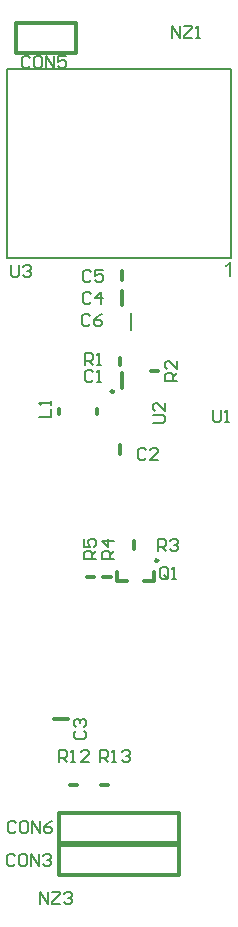
<source format=gto>
G04 Layer_Color=14474460*
%FSLAX24Y24*%
%MOIN*%
G70*
G01*
G75*
%ADD23C,0.0118*%
%ADD24C,0.0098*%
%ADD34C,0.0079*%
%ADD35C,0.0080*%
%ADD36C,0.0060*%
G36*
X7821Y21654D02*
X7760D01*
Y22041D01*
X7759Y22040D01*
X7756Y22038D01*
X7751Y22034D01*
X7744Y22029D01*
X7736Y22022D01*
X7726Y22015D01*
X7715Y22008D01*
X7702Y21999D01*
X7701D01*
X7700Y21998D01*
X7699Y21997D01*
X7696Y21996D01*
X7693Y21994D01*
X7689Y21992D01*
X7680Y21988D01*
X7671Y21983D01*
X7660Y21977D01*
X7649Y21973D01*
X7638Y21968D01*
Y22027D01*
X7638Y22027D01*
X7640Y22028D01*
X7643Y22030D01*
X7646Y22031D01*
X7651Y22033D01*
X7656Y22037D01*
X7662Y22040D01*
X7668Y22043D01*
X7682Y22052D01*
X7697Y22062D01*
X7713Y22073D01*
X7727Y22085D01*
X7728Y22086D01*
X7729Y22087D01*
X7731Y22088D01*
X7734Y22091D01*
X7736Y22094D01*
X7740Y22097D01*
X7748Y22107D01*
X7757Y22116D01*
X7766Y22128D01*
X7774Y22139D01*
X7781Y22152D01*
X7821D01*
Y21654D01*
D02*
G37*
D23*
X3504Y4724D02*
X3740D01*
X2098Y2768D02*
Y3768D01*
X6098D01*
X2098Y2768D02*
X6098D01*
Y3768D01*
X3031Y11654D02*
X3268D01*
X3583D02*
X3819D01*
X4606Y12598D02*
Y12835D01*
X5157Y18504D02*
X5394D01*
X4150Y18707D02*
Y18943D01*
X5256Y11530D02*
Y11805D01*
X4921Y11530D02*
X5256D01*
X4035D02*
Y11805D01*
Y11530D02*
X4370D01*
X2112Y17083D02*
Y17260D01*
X3353Y17083D02*
Y17260D01*
X665Y29106D02*
X2665D01*
Y30106D01*
X665D02*
X2665D01*
X665Y29106D02*
Y30106D01*
X2098Y1705D02*
Y2705D01*
X6098D01*
X2098Y1705D02*
X6098D01*
Y2705D01*
X1929Y6929D02*
X2402D01*
X4134Y15748D02*
Y16063D01*
X4189Y17959D02*
Y18432D01*
X4213Y21535D02*
Y21850D01*
Y20709D02*
Y21181D01*
X2480Y4724D02*
X2717D01*
D24*
X3928Y17831D02*
G03*
X3928Y17831I-50J0D01*
G01*
X5404Y12195D02*
G03*
X5404Y12195I-49J0D01*
G01*
D34*
X4488Y19882D02*
Y20433D01*
D35*
X384Y22283D02*
X7834D01*
X384D02*
Y28583D01*
X7834D01*
Y22283D02*
Y28583D01*
D36*
X3141Y20333D02*
X3074Y20400D01*
X2941D01*
X2874Y20333D01*
Y20067D01*
X2941Y20000D01*
X3074D01*
X3141Y20067D01*
X3540Y20400D02*
X3407Y20333D01*
X3274Y20200D01*
Y20067D01*
X3341Y20000D01*
X3474D01*
X3540Y20067D01*
Y20133D01*
X3474Y20200D01*
X3274D01*
X512Y22053D02*
Y21720D01*
X578Y21654D01*
X712D01*
X778Y21720D01*
Y22053D01*
X912Y21987D02*
X978Y22053D01*
X1112D01*
X1178Y21987D01*
Y21920D01*
X1112Y21853D01*
X1045D01*
X1112D01*
X1178Y21787D01*
Y21720D01*
X1112Y21654D01*
X978D01*
X912Y21720D01*
X1457Y748D02*
Y1148D01*
X1723Y748D01*
Y1148D01*
X1857D02*
X2123D01*
Y1081D01*
X1857Y815D01*
Y748D01*
X2123D01*
X2256Y1081D02*
X2323Y1148D01*
X2456D01*
X2523Y1081D01*
Y1015D01*
X2456Y948D01*
X2390D01*
X2456D01*
X2523Y881D01*
Y815D01*
X2456Y748D01*
X2323D01*
X2256Y815D01*
X5866Y29606D02*
Y30006D01*
X6133Y29606D01*
Y30006D01*
X6266D02*
X6533D01*
Y29940D01*
X6266Y29673D01*
Y29606D01*
X6533D01*
X6666D02*
X6799D01*
X6733D01*
Y30006D01*
X6666Y29940D01*
X3180Y21081D02*
X3113Y21148D01*
X2980D01*
X2913Y21081D01*
Y20815D01*
X2980Y20748D01*
X3113D01*
X3180Y20815D01*
X3513Y20748D02*
Y21148D01*
X3313Y20948D01*
X3580D01*
X3180Y21829D02*
X3113Y21896D01*
X2980D01*
X2913Y21829D01*
Y21563D01*
X2980Y21496D01*
X3113D01*
X3180Y21563D01*
X3580Y21896D02*
X3313D01*
Y21696D01*
X3447Y21763D01*
X3513D01*
X3580Y21696D01*
Y21563D01*
X3513Y21496D01*
X3380D01*
X3313Y21563D01*
X3459Y5466D02*
Y5866D01*
X3659D01*
X3726Y5800D01*
Y5666D01*
X3659Y5600D01*
X3459D01*
X3592D02*
X3726Y5466D01*
X3859D02*
X3992D01*
X3925D01*
Y5866D01*
X3859Y5800D01*
X4192D02*
X4259Y5866D01*
X4392D01*
X4459Y5800D01*
Y5733D01*
X4392Y5666D01*
X4325D01*
X4392D01*
X4459Y5600D01*
Y5533D01*
X4392Y5466D01*
X4259D01*
X4192Y5533D01*
X2087Y5472D02*
Y5872D01*
X2287D01*
X2353Y5806D01*
Y5672D01*
X2287Y5606D01*
X2087D01*
X2220D02*
X2353Y5472D01*
X2486D02*
X2620D01*
X2553D01*
Y5872D01*
X2486Y5806D01*
X3086Y5472D02*
X2820D01*
X3086Y5739D01*
Y5806D01*
X3020Y5872D01*
X2886D01*
X2820Y5806D01*
X660Y3443D02*
X594Y3510D01*
X460D01*
X394Y3443D01*
Y3177D01*
X460Y3110D01*
X594D01*
X660Y3177D01*
X994Y3510D02*
X860D01*
X794Y3443D01*
Y3177D01*
X860Y3110D01*
X994D01*
X1060Y3177D01*
Y3443D01*
X994Y3510D01*
X1193Y3110D02*
Y3510D01*
X1460Y3110D01*
Y3510D01*
X1860D02*
X1727Y3443D01*
X1593Y3310D01*
Y3177D01*
X1660Y3110D01*
X1793D01*
X1860Y3177D01*
Y3244D01*
X1793Y3310D01*
X1593D01*
X5230Y16772D02*
X5563D01*
X5630Y16838D01*
Y16972D01*
X5563Y17038D01*
X5230D01*
X5630Y17438D02*
Y17172D01*
X5363Y17438D01*
X5297D01*
X5230Y17371D01*
Y17238D01*
X5297Y17172D01*
X3346Y12244D02*
X2947D01*
Y12444D01*
X3013Y12511D01*
X3147D01*
X3213Y12444D01*
Y12244D01*
Y12377D02*
X3346Y12511D01*
X2947Y12911D02*
Y12644D01*
X3147D01*
X3080Y12777D01*
Y12844D01*
X3147Y12911D01*
X3280D01*
X3346Y12844D01*
Y12711D01*
X3280Y12644D01*
X3937Y12244D02*
X3537D01*
Y12444D01*
X3604Y12511D01*
X3737D01*
X3804Y12444D01*
Y12244D01*
Y12377D02*
X3937Y12511D01*
Y12844D02*
X3537D01*
X3737Y12644D01*
Y12911D01*
X5394Y12520D02*
Y12920D01*
X5594D01*
X5660Y12853D01*
Y12720D01*
X5594Y12653D01*
X5394D01*
X5527D02*
X5660Y12520D01*
X5794Y12853D02*
X5860Y12920D01*
X5994D01*
X6060Y12853D01*
Y12786D01*
X5994Y12720D01*
X5927D01*
X5994D01*
X6060Y12653D01*
Y12586D01*
X5994Y12520D01*
X5860D01*
X5794Y12586D01*
X6047Y18183D02*
X5647D01*
Y18383D01*
X5714Y18449D01*
X5847D01*
X5914Y18383D01*
Y18183D01*
Y18316D02*
X6047Y18449D01*
Y18849D02*
Y18582D01*
X5780Y18849D01*
X5714D01*
X5647Y18782D01*
Y18649D01*
X5714Y18582D01*
X2969Y18707D02*
Y19107D01*
X3169D01*
X3235Y19040D01*
Y18907D01*
X3169Y18840D01*
X2969D01*
X3102D02*
X3235Y18707D01*
X3369D02*
X3502D01*
X3435D01*
Y19107D01*
X3369Y19040D01*
X5739Y11641D02*
Y11908D01*
X5672Y11975D01*
X5539D01*
X5472Y11908D01*
Y11641D01*
X5539Y11575D01*
X5672D01*
X5606Y11708D02*
X5739Y11575D01*
X5672D02*
X5739Y11641D01*
X5872Y11575D02*
X6006D01*
X5939D01*
Y11975D01*
X5872Y11908D01*
X1451Y16968D02*
X1850D01*
Y17235D01*
Y17368D02*
Y17502D01*
Y17435D01*
X1451D01*
X1517Y17368D01*
X1133Y28955D02*
X1066Y29022D01*
X933D01*
X866Y28955D01*
Y28689D01*
X933Y28622D01*
X1066D01*
X1133Y28689D01*
X1466Y29022D02*
X1333D01*
X1266Y28955D01*
Y28689D01*
X1333Y28622D01*
X1466D01*
X1533Y28689D01*
Y28955D01*
X1466Y29022D01*
X1666Y28622D02*
Y29022D01*
X1932Y28622D01*
Y29022D01*
X2332D02*
X2066D01*
Y28822D01*
X2199Y28889D01*
X2266D01*
X2332Y28822D01*
Y28689D01*
X2266Y28622D01*
X2132D01*
X2066Y28689D01*
X621Y2341D02*
X554Y2408D01*
X421D01*
X354Y2341D01*
Y2075D01*
X421Y2008D01*
X554D01*
X621Y2075D01*
X954Y2408D02*
X821D01*
X754Y2341D01*
Y2075D01*
X821Y2008D01*
X954D01*
X1021Y2075D01*
Y2341D01*
X954Y2408D01*
X1154Y2008D02*
Y2408D01*
X1421Y2008D01*
Y2408D01*
X1554Y2341D02*
X1621Y2408D01*
X1754D01*
X1821Y2341D01*
Y2274D01*
X1754Y2208D01*
X1687D01*
X1754D01*
X1821Y2141D01*
Y2075D01*
X1754Y2008D01*
X1621D01*
X1554Y2075D01*
X2659Y6526D02*
X2592Y6460D01*
Y6326D01*
X2659Y6260D01*
X2925D01*
X2992Y6326D01*
Y6460D01*
X2925Y6526D01*
X2659Y6660D02*
X2592Y6726D01*
Y6860D01*
X2659Y6926D01*
X2726D01*
X2792Y6860D01*
Y6793D01*
Y6860D01*
X2859Y6926D01*
X2925D01*
X2992Y6860D01*
Y6726D01*
X2925Y6660D01*
X4991Y15884D02*
X4924Y15951D01*
X4791D01*
X4724Y15884D01*
Y15618D01*
X4791Y15551D01*
X4924D01*
X4991Y15618D01*
X5391Y15551D02*
X5124D01*
X5391Y15818D01*
Y15884D01*
X5324Y15951D01*
X5191D01*
X5124Y15884D01*
X3235Y18489D02*
X3169Y18556D01*
X3035D01*
X2969Y18489D01*
Y18223D01*
X3035Y18156D01*
X3169D01*
X3235Y18223D01*
X3369Y18156D02*
X3502D01*
X3435D01*
Y18556D01*
X3369Y18489D01*
X7244Y17211D02*
Y16878D01*
X7311Y16811D01*
X7444D01*
X7511Y16878D01*
Y17211D01*
X7644Y16811D02*
X7777D01*
X7711D01*
Y17211D01*
X7644Y17144D01*
M02*

</source>
